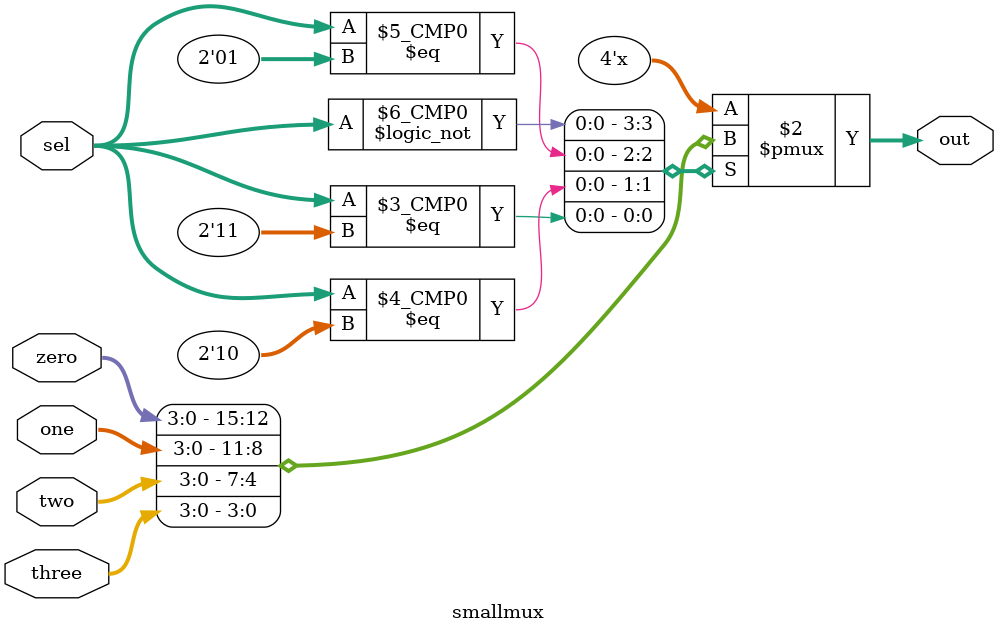
<source format=v>


module smallmux(
	input [3:0] zero, one, two, three,
	input [1:0] sel,
	output reg [3:0] out

    );

always@(*) begin
	case (sel)
		2'b00: out=zero;
		2'b01: out=one;
		2'b10: out=two;
		2'b11: out=three;
	endcase
end

endmodule

</source>
